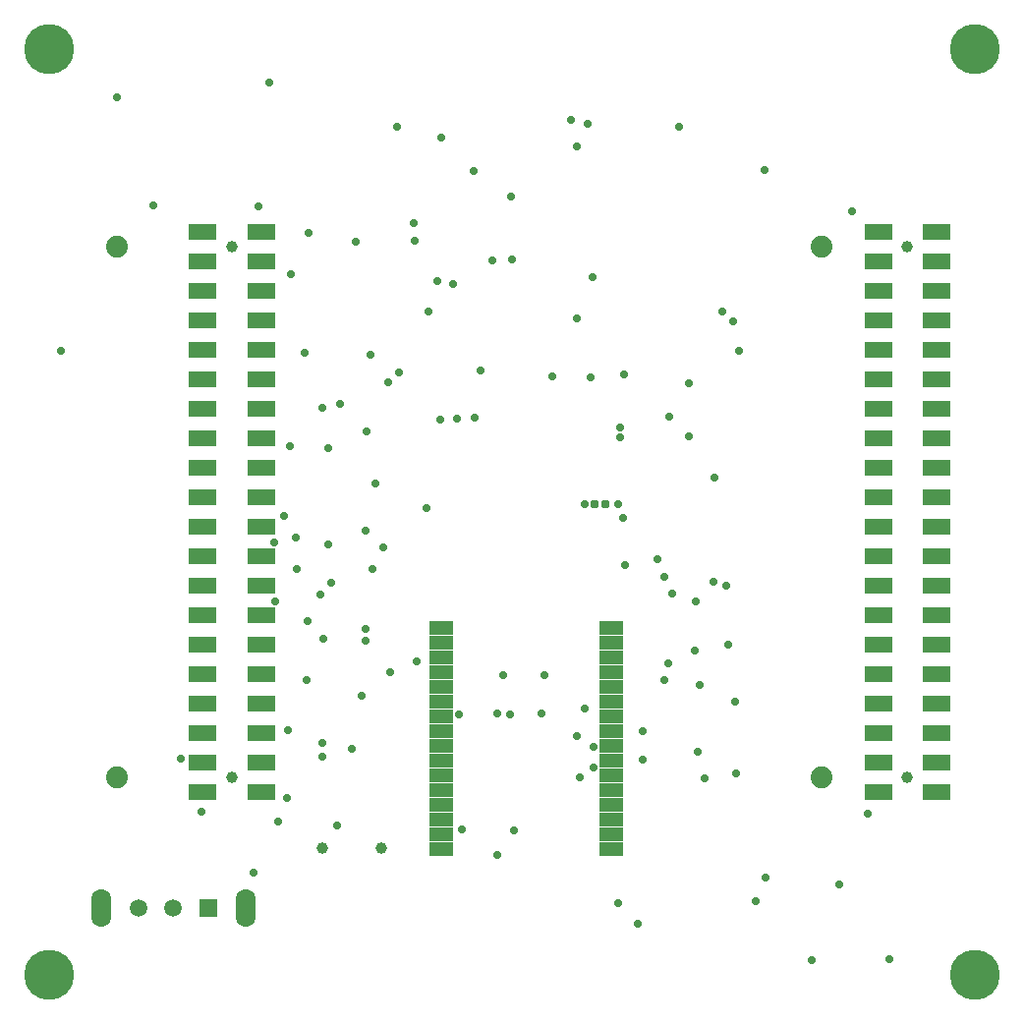
<source format=gbs>
G04*
G04 #@! TF.GenerationSoftware,Altium Limited,Altium Designer,23.11.1 (41)*
G04*
G04 Layer_Color=16711935*
%FSLAX25Y25*%
%MOIN*%
G70*
G04*
G04 #@! TF.SameCoordinates,3206F265-2646-4181-9204-0E6D39A93BEF*
G04*
G04*
G04 #@! TF.FilePolarity,Negative*
G04*
G01*
G75*
G04:AMPARAMS|DCode=47|XSize=25.65mil|YSize=23.68mil|CornerRadius=4.46mil|HoleSize=0mil|Usage=FLASHONLY|Rotation=90.000|XOffset=0mil|YOffset=0mil|HoleType=Round|Shape=RoundedRectangle|*
%AMROUNDEDRECTD47*
21,1,0.02565,0.01476,0,0,90.0*
21,1,0.01673,0.02368,0,0,90.0*
1,1,0.00892,0.00738,0.00837*
1,1,0.00892,0.00738,-0.00837*
1,1,0.00892,-0.00738,-0.00837*
1,1,0.00892,-0.00738,0.00837*
%
%ADD47ROUNDEDRECTD47*%
%ADD69C,0.07408*%
%ADD70C,0.03904*%
%ADD71O,0.06699X0.12998*%
%ADD72C,0.05943*%
%ADD73R,0.05943X0.05943*%
%ADD74C,0.17000*%
%ADD75C,0.02800*%
%ADD86R,0.09416X0.05400*%
%ADD87R,0.07880X0.04613*%
D47*
X205000Y179500D02*
D03*
X208543D02*
D03*
D69*
X42973Y86800D02*
D03*
Y266800D02*
D03*
X281926D02*
D03*
Y86800D02*
D03*
D70*
X81959Y266800D02*
D03*
Y86800D02*
D03*
X311000Y86800D02*
D03*
Y266800D02*
D03*
X132500Y63051D02*
D03*
X112500D02*
D03*
D71*
X86606Y42500D02*
D03*
X37394D02*
D03*
D72*
X62000D02*
D03*
X50189D02*
D03*
D73*
X73811D02*
D03*
D74*
X20000Y20000D02*
D03*
X334000D02*
D03*
Y334000D02*
D03*
X20000D02*
D03*
D75*
X96062Y166500D02*
D03*
X144674Y126091D02*
D03*
X108000Y271500D02*
D03*
X24000Y231500D02*
D03*
X252500Y112500D02*
D03*
X245115Y153185D02*
D03*
X250145Y131951D02*
D03*
X249637Y151983D02*
D03*
X101726Y257500D02*
D03*
X124000Y268562D02*
D03*
X103427Y168065D02*
D03*
X113040Y133757D02*
D03*
X101000Y103000D02*
D03*
X64500Y93388D02*
D03*
X101462Y199200D02*
D03*
X100508Y80000D02*
D03*
X97500Y71746D02*
D03*
X96500Y146538D02*
D03*
X112500Y93800D02*
D03*
Y98400D02*
D03*
X111794Y148738D02*
D03*
X106500Y231000D02*
D03*
X99399Y175662D02*
D03*
X239272Y146500D02*
D03*
X159772Y69284D02*
D03*
X252949Y88365D02*
D03*
X177500Y68847D02*
D03*
X172000Y60559D02*
D03*
X221200Y92728D02*
D03*
X259500Y44760D02*
D03*
X134864Y221000D02*
D03*
X170123Y262086D02*
D03*
X176159Y108374D02*
D03*
X229795Y125437D02*
D03*
X240518Y118153D02*
D03*
X238834Y129751D02*
D03*
X201500Y179500D02*
D03*
X212769D02*
D03*
X214634Y174829D02*
D03*
X226335Y160879D02*
D03*
X215071Y158910D02*
D03*
X171853Y108434D02*
D03*
X201681Y110257D02*
D03*
X158877Y108374D02*
D03*
X198754Y101000D02*
D03*
X186746Y108392D02*
D03*
X228467Y120018D02*
D03*
X187945Y121500D02*
D03*
X174053D02*
D03*
X125925Y114417D02*
D03*
X107063Y119937D02*
D03*
X107631Y139742D02*
D03*
X127300Y137360D02*
D03*
X127187Y133320D02*
D03*
X103976Y157585D02*
D03*
X115470Y153005D02*
D03*
X114500Y166055D02*
D03*
X127300Y170721D02*
D03*
X248329Y244744D02*
D03*
X215000Y223623D02*
D03*
X114700Y198540D02*
D03*
X112500Y212254D02*
D03*
X127720Y204241D02*
D03*
X236766Y202658D02*
D03*
X213423Y205658D02*
D03*
Y202217D02*
D03*
X252000Y241500D02*
D03*
X236766Y220677D02*
D03*
X230200Y209347D02*
D03*
X147800Y178200D02*
D03*
X129000Y230200D02*
D03*
X203540Y222513D02*
D03*
X190500Y222839D02*
D03*
X166270Y225000D02*
D03*
X138620Y224251D02*
D03*
X118500Y213500D02*
D03*
X129500Y157500D02*
D03*
X135500Y122500D02*
D03*
X245683Y188500D02*
D03*
X198853Y301000D02*
D03*
X240000Y95500D02*
D03*
X117500Y70500D02*
D03*
X71466Y75200D02*
D03*
X297500Y74500D02*
D03*
X89332Y54668D02*
D03*
X122500Y96433D02*
D03*
X200000Y87000D02*
D03*
X221200Y102700D02*
D03*
X151521Y255292D02*
D03*
X143578Y274937D02*
D03*
X199000Y242500D02*
D03*
X204460Y97200D02*
D03*
X204495Y90200D02*
D03*
X262500Y293000D02*
D03*
X212903Y44361D02*
D03*
X196988Y309962D02*
D03*
X202500Y308637D02*
D03*
X157045Y254329D02*
D03*
X153000Y304000D02*
D03*
X176600Y284045D02*
D03*
X176756Y262500D02*
D03*
X163953Y292647D02*
D03*
X138000Y307600D02*
D03*
X304731Y25146D02*
D03*
X278500Y25000D02*
D03*
X219418Y37300D02*
D03*
X242200Y86500D02*
D03*
X263000Y53000D02*
D03*
X204300Y256700D02*
D03*
X288000Y50500D02*
D03*
X94500Y322400D02*
D03*
X55244Y281000D02*
D03*
X42825Y317400D02*
D03*
X292244Y279000D02*
D03*
X228705Y154973D02*
D03*
X130500Y186469D02*
D03*
X158305Y208554D02*
D03*
X164070Y208925D02*
D03*
X152399Y208116D02*
D03*
X233600Y307500D02*
D03*
X148447Y245002D02*
D03*
X144016Y269016D02*
D03*
X253800Y231500D02*
D03*
X231205Y149300D02*
D03*
X133100Y164816D02*
D03*
X90800Y280500D02*
D03*
D86*
X72018Y271800D02*
D03*
X91900D02*
D03*
X72018Y261800D02*
D03*
X91900D02*
D03*
X72018Y251800D02*
D03*
X91900D02*
D03*
X72018Y241800D02*
D03*
X91900D02*
D03*
X72018Y231800D02*
D03*
X91900D02*
D03*
X72018Y221800D02*
D03*
X91900D02*
D03*
X72018Y211800D02*
D03*
X91900D02*
D03*
X72018Y201800D02*
D03*
X91900D02*
D03*
X72018Y191800D02*
D03*
X91900D02*
D03*
X72018Y181800D02*
D03*
X91900D02*
D03*
X72018Y171800D02*
D03*
X91900D02*
D03*
X72018Y161800D02*
D03*
X91900D02*
D03*
X72018Y151800D02*
D03*
X91900D02*
D03*
X72018Y141800D02*
D03*
X91900D02*
D03*
X72018Y131800D02*
D03*
X91900D02*
D03*
X72018Y121800D02*
D03*
X91900D02*
D03*
X72018Y111800D02*
D03*
X91900D02*
D03*
X72018Y101800D02*
D03*
X91900D02*
D03*
X72018Y91800D02*
D03*
X91900D02*
D03*
X72018Y81800D02*
D03*
X91900D02*
D03*
X320941Y81800D02*
D03*
X301059D02*
D03*
X320941Y91800D02*
D03*
X301059D02*
D03*
X320941Y101800D02*
D03*
X301059D02*
D03*
X320941Y111800D02*
D03*
X301059D02*
D03*
X320941Y121800D02*
D03*
X301059D02*
D03*
X320941Y131800D02*
D03*
X301059D02*
D03*
X320941Y141800D02*
D03*
X301059D02*
D03*
X320941Y151800D02*
D03*
X301059D02*
D03*
X320941Y161800D02*
D03*
X301059D02*
D03*
X320941Y171800D02*
D03*
X301059D02*
D03*
X320941Y181800D02*
D03*
X301059D02*
D03*
X320941Y191800D02*
D03*
X301059D02*
D03*
X320941Y201800D02*
D03*
X301059D02*
D03*
X320941Y211800D02*
D03*
X301059D02*
D03*
X320941Y221800D02*
D03*
X301059D02*
D03*
X320941Y231800D02*
D03*
X301059D02*
D03*
X320941Y241800D02*
D03*
X301059D02*
D03*
X320941Y251800D02*
D03*
X301059D02*
D03*
X320941Y261800D02*
D03*
X301059D02*
D03*
X320941Y271800D02*
D03*
X301059D02*
D03*
D87*
X152762Y102700D02*
D03*
Y97700D02*
D03*
Y92700D02*
D03*
Y87700D02*
D03*
Y82700D02*
D03*
Y77700D02*
D03*
X210400Y62700D02*
D03*
Y67700D02*
D03*
X152762Y72700D02*
D03*
X210400Y77700D02*
D03*
Y82700D02*
D03*
Y87700D02*
D03*
Y92700D02*
D03*
Y97700D02*
D03*
Y102700D02*
D03*
Y107700D02*
D03*
Y112700D02*
D03*
Y117700D02*
D03*
Y122700D02*
D03*
X152762Y67700D02*
D03*
X210400Y127700D02*
D03*
Y132700D02*
D03*
Y137700D02*
D03*
X152762D02*
D03*
Y132700D02*
D03*
Y127700D02*
D03*
Y122700D02*
D03*
Y117700D02*
D03*
Y112700D02*
D03*
Y107700D02*
D03*
Y62700D02*
D03*
X210400Y72700D02*
D03*
M02*

</source>
